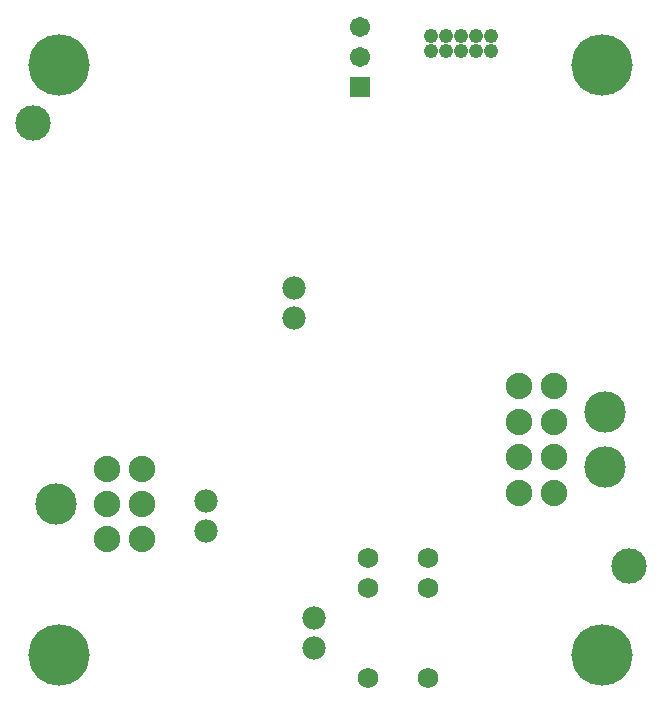
<source format=gbs>
G04*
G04 #@! TF.GenerationSoftware,Altium Limited,Altium Designer,20.1.12 (249)*
G04*
G04 Layer_Color=16711935*
%FSLAX25Y25*%
%MOIN*%
G70*
G04*
G04 #@! TF.SameCoordinates,CD40AE63-01C5-41B5-9579-828B942A7482*
G04*
G04*
G04 #@! TF.FilePolarity,Negative*
G04*
G01*
G75*
%ADD35C,0.11811*%
%ADD36C,0.04800*%
%ADD37R,0.06706X0.06706*%
%ADD38C,0.06706*%
%ADD39C,0.07800*%
%ADD40C,0.06800*%
%ADD41C,0.08800*%
%ADD42C,0.13811*%
%ADD43C,0.20472*%
D35*
X580000Y246500D02*
D03*
X381500Y394000D02*
D03*
D36*
X524000Y418000D02*
D03*
Y423000D02*
D03*
X529000D02*
D03*
Y418000D02*
D03*
X534000D02*
D03*
Y423000D02*
D03*
X519000D02*
D03*
Y418000D02*
D03*
X514000D02*
D03*
Y423000D02*
D03*
D37*
X490500Y406000D02*
D03*
D38*
Y416000D02*
D03*
Y426000D02*
D03*
D39*
X439000Y258000D02*
D03*
Y268000D02*
D03*
X475000Y229000D02*
D03*
Y219000D02*
D03*
X468500Y339000D02*
D03*
Y329000D02*
D03*
D40*
X493000Y209000D02*
D03*
X513000D02*
D03*
X493000Y239000D02*
D03*
X513000D02*
D03*
X493000Y249000D02*
D03*
X513000D02*
D03*
D41*
X543180Y282594D02*
D03*
Y294405D02*
D03*
X554999Y282594D02*
D03*
Y294405D02*
D03*
Y306216D02*
D03*
X543180D02*
D03*
X554999Y270783D02*
D03*
X543180D02*
D03*
X406000Y278811D02*
D03*
X417819D02*
D03*
Y267000D02*
D03*
Y255189D02*
D03*
X406000Y267000D02*
D03*
Y255189D02*
D03*
D42*
X571999Y297751D02*
D03*
Y279247D02*
D03*
X389000Y267000D02*
D03*
D43*
X570866Y216535D02*
D03*
Y413386D02*
D03*
X390035Y216535D02*
D03*
Y413386D02*
D03*
M02*

</source>
